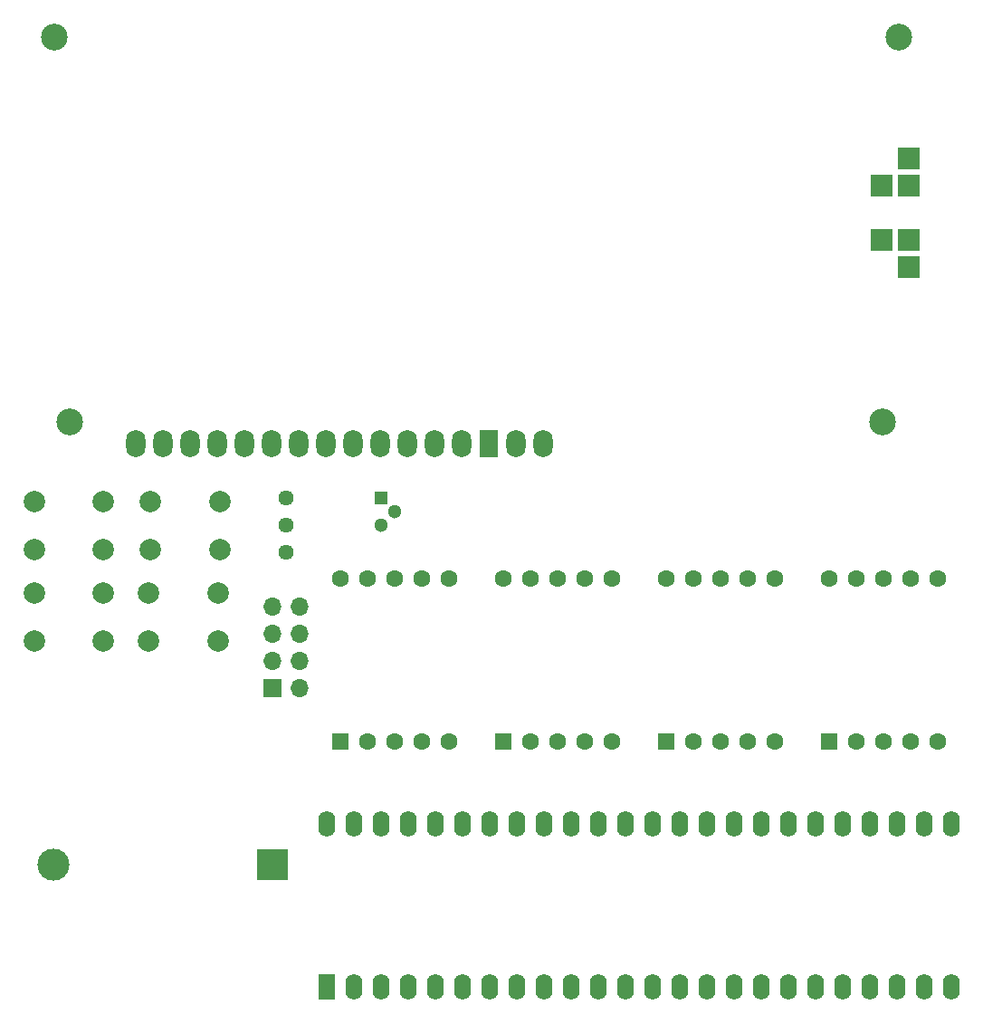
<source format=gbr>
G04 #@! TF.GenerationSoftware,KiCad,Pcbnew,(6.0.8)*
G04 #@! TF.CreationDate,2024-09-05T02:30:57-03:00*
G04 #@! TF.ProjectId,Projeto_01,50726f6a-6574-46f5-9f30-312e6b696361,rev?*
G04 #@! TF.SameCoordinates,Original*
G04 #@! TF.FileFunction,Soldermask,Bot*
G04 #@! TF.FilePolarity,Negative*
%FSLAX46Y46*%
G04 Gerber Fmt 4.6, Leading zero omitted, Abs format (unit mm)*
G04 Created by KiCad (PCBNEW (6.0.8)) date 2024-09-05 02:30:57*
%MOMM*%
%LPD*%
G01*
G04 APERTURE LIST*
%ADD10R,1.300000X1.300000*%
%ADD11C,1.300000*%
%ADD12R,1.600000X2.400000*%
%ADD13O,1.600000X2.400000*%
%ADD14C,1.600000*%
%ADD15R,1.600000X1.600000*%
%ADD16C,2.000000*%
%ADD17C,1.440000*%
%ADD18R,1.700000X1.700000*%
%ADD19O,1.700000X1.700000*%
%ADD20C,2.500000*%
%ADD21R,1.800000X2.600000*%
%ADD22O,1.800000X2.600000*%
%ADD23R,2.000000X2.000000*%
%ADD24R,3.000000X3.000000*%
%ADD25C,3.000000*%
G04 APERTURE END LIST*
D10*
G04 #@! TO.C,U6*
X207010000Y-83820000D03*
D11*
X208280000Y-85090000D03*
X207010000Y-86360000D03*
G04 #@! TD*
D12*
G04 #@! TO.C,U5*
X201940000Y-129520000D03*
D13*
X204480000Y-129520000D03*
X207020000Y-129520000D03*
X209560000Y-129520000D03*
X212100000Y-129520000D03*
X214640000Y-129520000D03*
X217180000Y-129520000D03*
X219720000Y-129520000D03*
X222260000Y-129520000D03*
X224800000Y-129520000D03*
X227340000Y-129520000D03*
X229880000Y-129520000D03*
X232420000Y-129520000D03*
X234960000Y-129520000D03*
X237500000Y-129520000D03*
X240040000Y-129520000D03*
X242580000Y-129520000D03*
X245120000Y-129520000D03*
X247660000Y-129520000D03*
X250200000Y-129520000D03*
X252740000Y-129520000D03*
X255280000Y-129520000D03*
X257820000Y-129520000D03*
X260360000Y-129520000D03*
X260360000Y-114280000D03*
X257820000Y-114280000D03*
X255280000Y-114280000D03*
X252740000Y-114280000D03*
X250200000Y-114280000D03*
X247660000Y-114280000D03*
X245120000Y-114280000D03*
X242580000Y-114280000D03*
X240040000Y-114280000D03*
X237500000Y-114280000D03*
X234960000Y-114280000D03*
X232420000Y-114280000D03*
X229880000Y-114280000D03*
X227340000Y-114280000D03*
X224800000Y-114280000D03*
X222260000Y-114280000D03*
X219720000Y-114280000D03*
X217180000Y-114280000D03*
X214640000Y-114280000D03*
X212100000Y-114280000D03*
X209560000Y-114280000D03*
X207020000Y-114280000D03*
X204480000Y-114280000D03*
X201940000Y-114280000D03*
G04 #@! TD*
D14*
G04 #@! TO.C,U4*
X248920000Y-91317500D03*
X251460000Y-91317500D03*
X254000000Y-91317500D03*
X256540000Y-91317500D03*
X259080000Y-91317500D03*
X259080000Y-106557500D03*
X256540000Y-106557500D03*
X254000000Y-106557500D03*
X251460000Y-106557500D03*
D15*
X248920000Y-106557500D03*
G04 #@! TD*
D14*
G04 #@! TO.C,U3*
X233680000Y-91317500D03*
X236220000Y-91317500D03*
X238760000Y-91317500D03*
X241300000Y-91317500D03*
X243840000Y-91317500D03*
X243840000Y-106557500D03*
X241300000Y-106557500D03*
X238760000Y-106557500D03*
X236220000Y-106557500D03*
D15*
X233680000Y-106557500D03*
G04 #@! TD*
D14*
G04 #@! TO.C,U2*
X218440000Y-91317500D03*
X220980000Y-91317500D03*
X223520000Y-91317500D03*
X226060000Y-91317500D03*
X228600000Y-91317500D03*
X228600000Y-106557500D03*
X226060000Y-106557500D03*
X223520000Y-106557500D03*
X220980000Y-106557500D03*
D15*
X218440000Y-106557500D03*
G04 #@! TD*
D14*
G04 #@! TO.C,U1*
X203200000Y-91317500D03*
X205740000Y-91317500D03*
X208280000Y-91317500D03*
X210820000Y-91317500D03*
X213360000Y-91317500D03*
X213360000Y-106557500D03*
X210820000Y-106557500D03*
X208280000Y-106557500D03*
X205740000Y-106557500D03*
D15*
X203200000Y-106557500D03*
G04 #@! TD*
D16*
G04 #@! TO.C,SW4*
X185270000Y-97210000D03*
X191770000Y-97210000D03*
X191770000Y-92710000D03*
X185270000Y-92710000D03*
G04 #@! TD*
G04 #@! TO.C,SW3*
X185420000Y-88610000D03*
X191920000Y-88610000D03*
X191920000Y-84110000D03*
X185420000Y-84110000D03*
G04 #@! TD*
G04 #@! TO.C,SW2*
X174550000Y-92710000D03*
X181050000Y-92710000D03*
X181050000Y-97210000D03*
X174550000Y-97210000D03*
G04 #@! TD*
G04 #@! TO.C,SW1*
X174550000Y-84110000D03*
X181050000Y-84110000D03*
X181050000Y-88610000D03*
X174550000Y-88610000D03*
G04 #@! TD*
D17*
G04 #@! TO.C,RV1*
X198120000Y-88900000D03*
X198120000Y-86360000D03*
X198120000Y-83820000D03*
G04 #@! TD*
D18*
G04 #@! TO.C,J1*
X196830000Y-101590000D03*
D19*
X199370000Y-101590000D03*
X196830000Y-99050000D03*
X199370000Y-99050000D03*
X196830000Y-96510000D03*
X199370000Y-96510000D03*
X196830000Y-93970000D03*
X199370000Y-93970000D03*
G04 #@! TD*
D20*
G04 #@! TO.C,DS1*
X253900000Y-76740000D03*
X255400000Y-40740000D03*
X177900000Y-76740000D03*
X176400000Y-40740000D03*
D21*
X217120000Y-78740000D03*
D22*
X214580000Y-78740000D03*
X212040000Y-78740000D03*
X209500000Y-78740000D03*
X206960000Y-78740000D03*
X204420000Y-78740000D03*
X201880000Y-78740000D03*
X199340000Y-78740000D03*
X196800000Y-78740000D03*
X194260000Y-78740000D03*
X191720000Y-78740000D03*
X189180000Y-78740000D03*
X186634920Y-78737460D03*
X184100000Y-78740000D03*
X222200000Y-78740000D03*
X219654920Y-78737460D03*
D23*
X253860000Y-54600000D03*
X256400000Y-52060000D03*
X256400000Y-54600000D03*
X253860000Y-59680000D03*
X256400000Y-62220000D03*
X256400000Y-59680000D03*
G04 #@! TD*
D24*
G04 #@! TO.C,BT1*
X196850000Y-118110000D03*
D25*
X176360000Y-118110000D03*
G04 #@! TD*
M02*

</source>
